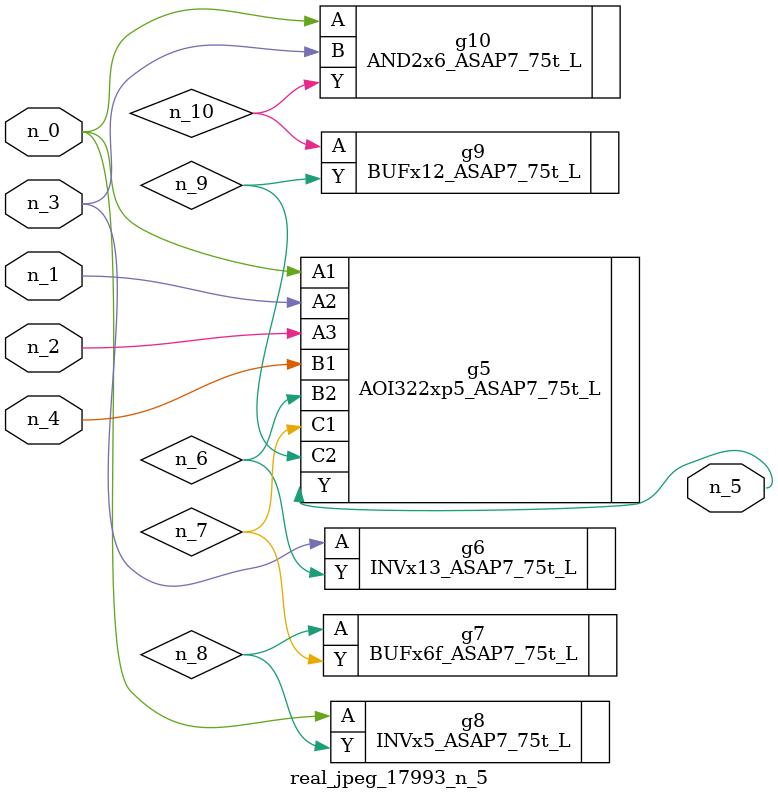
<source format=v>
module real_jpeg_17993_n_5 (n_4, n_0, n_1, n_2, n_3, n_5);

input n_4;
input n_0;
input n_1;
input n_2;
input n_3;

output n_5;

wire n_8;
wire n_6;
wire n_7;
wire n_10;
wire n_9;

AOI322xp5_ASAP7_75t_L g5 ( 
.A1(n_0),
.A2(n_1),
.A3(n_2),
.B1(n_4),
.B2(n_6),
.C1(n_7),
.C2(n_9),
.Y(n_5)
);

INVx5_ASAP7_75t_L g8 ( 
.A(n_0),
.Y(n_8)
);

AND2x6_ASAP7_75t_L g10 ( 
.A(n_0),
.B(n_3),
.Y(n_10)
);

INVx13_ASAP7_75t_L g6 ( 
.A(n_3),
.Y(n_6)
);

BUFx6f_ASAP7_75t_L g7 ( 
.A(n_8),
.Y(n_7)
);

BUFx12_ASAP7_75t_L g9 ( 
.A(n_10),
.Y(n_9)
);


endmodule
</source>
